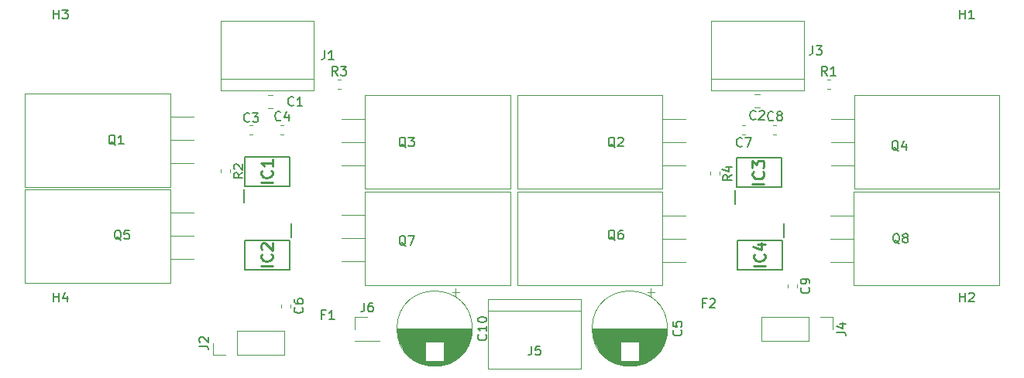
<source format=gbr>
%TF.GenerationSoftware,KiCad,Pcbnew,5.1.5+dfsg1-2build2*%
%TF.CreationDate,2021-10-16T12:52:01+01:00*%
%TF.ProjectId,motor_driver_v1,6d6f746f-725f-4647-9269-7665725f7631,rev?*%
%TF.SameCoordinates,Original*%
%TF.FileFunction,Legend,Top*%
%TF.FilePolarity,Positive*%
%FSLAX46Y46*%
G04 Gerber Fmt 4.6, Leading zero omitted, Abs format (unit mm)*
G04 Created by KiCad (PCBNEW 5.1.5+dfsg1-2build2) date 2021-10-16 12:52:01*
%MOMM*%
%LPD*%
G04 APERTURE LIST*
%ADD10C,0.120000*%
%ADD11C,0.200000*%
%ADD12C,0.150000*%
%ADD13C,0.254000*%
G04 APERTURE END LIST*
D10*
%TO.C,Q5*%
X60521200Y-47726600D02*
X63061200Y-47726600D01*
X60521200Y-50266600D02*
X63061200Y-50266600D01*
X60521200Y-52806600D02*
X63061200Y-52806600D01*
X44631200Y-45146600D02*
X60521200Y-45146600D01*
X44631200Y-55386600D02*
X60521200Y-55386600D01*
X44631200Y-55386600D02*
X44631200Y-45146600D01*
X60521200Y-55386600D02*
X60521200Y-45146600D01*
%TO.C,Q4*%
X135262000Y-42519600D02*
X132722000Y-42519600D01*
X135262000Y-39979600D02*
X132722000Y-39979600D01*
X135262000Y-37439600D02*
X132722000Y-37439600D01*
X151152000Y-45099600D02*
X135262000Y-45099600D01*
X151152000Y-34859600D02*
X135262000Y-34859600D01*
X151152000Y-34859600D02*
X151152000Y-45099600D01*
X135262000Y-34859600D02*
X135262000Y-45099600D01*
D11*
%TO.C,IC4*%
X127548000Y-48849000D02*
X127548000Y-50376000D01*
X122516000Y-50726000D02*
X127420000Y-50726000D01*
X122516000Y-53922000D02*
X122516000Y-50726000D01*
X127420000Y-53922000D02*
X122516000Y-53922000D01*
X127420000Y-50726000D02*
X127420000Y-53922000D01*
D10*
%TO.C,J6*%
X80712000Y-59122000D02*
X82042000Y-59122000D01*
X80712000Y-60452000D02*
X80712000Y-59122000D01*
X80712000Y-61722000D02*
X83372000Y-61722000D01*
X83372000Y-61722000D02*
X83372000Y-61782000D01*
X80712000Y-61722000D02*
X80712000Y-61782000D01*
X80712000Y-61782000D02*
X83372000Y-61782000D01*
%TO.C,R4*%
X119505000Y-43248733D02*
X119505000Y-43591267D01*
X120525000Y-43248733D02*
X120525000Y-43591267D01*
%TO.C,R3*%
X78808733Y-34165000D02*
X79151267Y-34165000D01*
X78808733Y-33145000D02*
X79151267Y-33145000D01*
%TO.C,R2*%
X66038000Y-42994733D02*
X66038000Y-43337267D01*
X67058000Y-42994733D02*
X67058000Y-43337267D01*
%TO.C,R1*%
X132303733Y-34165000D02*
X132646267Y-34165000D01*
X132303733Y-33145000D02*
X132646267Y-33145000D01*
%TO.C,C5*%
X113459000Y-56402302D02*
X112659000Y-56402302D01*
X113059000Y-56002302D02*
X113059000Y-56802302D01*
X111277000Y-64493000D02*
X110211000Y-64493000D01*
X111512000Y-64453000D02*
X109976000Y-64453000D01*
X111692000Y-64413000D02*
X109796000Y-64413000D01*
X111842000Y-64373000D02*
X109646000Y-64373000D01*
X111973000Y-64333000D02*
X109515000Y-64333000D01*
X112090000Y-64293000D02*
X109398000Y-64293000D01*
X112197000Y-64253000D02*
X109291000Y-64253000D01*
X112296000Y-64213000D02*
X109192000Y-64213000D01*
X112389000Y-64173000D02*
X109099000Y-64173000D01*
X112475000Y-64133000D02*
X109013000Y-64133000D01*
X112557000Y-64093000D02*
X108931000Y-64093000D01*
X112634000Y-64053000D02*
X108854000Y-64053000D01*
X112708000Y-64013000D02*
X108780000Y-64013000D01*
X112778000Y-63973000D02*
X108710000Y-63973000D01*
X109704000Y-63933000D02*
X108642000Y-63933000D01*
X112846000Y-63933000D02*
X111784000Y-63933000D01*
X109704000Y-63893000D02*
X108578000Y-63893000D01*
X112910000Y-63893000D02*
X111784000Y-63893000D01*
X109704000Y-63853000D02*
X108516000Y-63853000D01*
X112972000Y-63853000D02*
X111784000Y-63853000D01*
X109704000Y-63813000D02*
X108457000Y-63813000D01*
X113031000Y-63813000D02*
X111784000Y-63813000D01*
X109704000Y-63773000D02*
X108399000Y-63773000D01*
X113089000Y-63773000D02*
X111784000Y-63773000D01*
X109704000Y-63733000D02*
X108344000Y-63733000D01*
X113144000Y-63733000D02*
X111784000Y-63733000D01*
X109704000Y-63693000D02*
X108290000Y-63693000D01*
X113198000Y-63693000D02*
X111784000Y-63693000D01*
X109704000Y-63653000D02*
X108239000Y-63653000D01*
X113249000Y-63653000D02*
X111784000Y-63653000D01*
X109704000Y-63613000D02*
X108188000Y-63613000D01*
X113300000Y-63613000D02*
X111784000Y-63613000D01*
X109704000Y-63573000D02*
X108140000Y-63573000D01*
X113348000Y-63573000D02*
X111784000Y-63573000D01*
X109704000Y-63533000D02*
X108093000Y-63533000D01*
X113395000Y-63533000D02*
X111784000Y-63533000D01*
X109704000Y-63493000D02*
X108047000Y-63493000D01*
X113441000Y-63493000D02*
X111784000Y-63493000D01*
X109704000Y-63453000D02*
X108003000Y-63453000D01*
X113485000Y-63453000D02*
X111784000Y-63453000D01*
X109704000Y-63413000D02*
X107960000Y-63413000D01*
X113528000Y-63413000D02*
X111784000Y-63413000D01*
X109704000Y-63373000D02*
X107918000Y-63373000D01*
X113570000Y-63373000D02*
X111784000Y-63373000D01*
X109704000Y-63333000D02*
X107877000Y-63333000D01*
X113611000Y-63333000D02*
X111784000Y-63333000D01*
X109704000Y-63293000D02*
X107837000Y-63293000D01*
X113651000Y-63293000D02*
X111784000Y-63293000D01*
X109704000Y-63253000D02*
X107799000Y-63253000D01*
X113689000Y-63253000D02*
X111784000Y-63253000D01*
X109704000Y-63213000D02*
X107761000Y-63213000D01*
X113727000Y-63213000D02*
X111784000Y-63213000D01*
X109704000Y-63173000D02*
X107725000Y-63173000D01*
X113763000Y-63173000D02*
X111784000Y-63173000D01*
X109704000Y-63133000D02*
X107689000Y-63133000D01*
X113799000Y-63133000D02*
X111784000Y-63133000D01*
X109704000Y-63093000D02*
X107654000Y-63093000D01*
X113834000Y-63093000D02*
X111784000Y-63093000D01*
X109704000Y-63053000D02*
X107620000Y-63053000D01*
X113868000Y-63053000D02*
X111784000Y-63053000D01*
X109704000Y-63013000D02*
X107588000Y-63013000D01*
X113900000Y-63013000D02*
X111784000Y-63013000D01*
X109704000Y-62973000D02*
X107555000Y-62973000D01*
X113933000Y-62973000D02*
X111784000Y-62973000D01*
X109704000Y-62933000D02*
X107524000Y-62933000D01*
X113964000Y-62933000D02*
X111784000Y-62933000D01*
X109704000Y-62893000D02*
X107494000Y-62893000D01*
X113994000Y-62893000D02*
X111784000Y-62893000D01*
X109704000Y-62853000D02*
X107464000Y-62853000D01*
X114024000Y-62853000D02*
X111784000Y-62853000D01*
X109704000Y-62813000D02*
X107435000Y-62813000D01*
X114053000Y-62813000D02*
X111784000Y-62813000D01*
X109704000Y-62773000D02*
X107406000Y-62773000D01*
X114082000Y-62773000D02*
X111784000Y-62773000D01*
X109704000Y-62733000D02*
X107379000Y-62733000D01*
X114109000Y-62733000D02*
X111784000Y-62733000D01*
X109704000Y-62693000D02*
X107352000Y-62693000D01*
X114136000Y-62693000D02*
X111784000Y-62693000D01*
X109704000Y-62653000D02*
X107326000Y-62653000D01*
X114162000Y-62653000D02*
X111784000Y-62653000D01*
X109704000Y-62613000D02*
X107300000Y-62613000D01*
X114188000Y-62613000D02*
X111784000Y-62613000D01*
X109704000Y-62573000D02*
X107275000Y-62573000D01*
X114213000Y-62573000D02*
X111784000Y-62573000D01*
X109704000Y-62533000D02*
X107251000Y-62533000D01*
X114237000Y-62533000D02*
X111784000Y-62533000D01*
X109704000Y-62493000D02*
X107227000Y-62493000D01*
X114261000Y-62493000D02*
X111784000Y-62493000D01*
X109704000Y-62453000D02*
X107204000Y-62453000D01*
X114284000Y-62453000D02*
X111784000Y-62453000D01*
X109704000Y-62413000D02*
X107182000Y-62413000D01*
X114306000Y-62413000D02*
X111784000Y-62413000D01*
X109704000Y-62373000D02*
X107160000Y-62373000D01*
X114328000Y-62373000D02*
X111784000Y-62373000D01*
X109704000Y-62333000D02*
X107138000Y-62333000D01*
X114350000Y-62333000D02*
X111784000Y-62333000D01*
X109704000Y-62293000D02*
X107117000Y-62293000D01*
X114371000Y-62293000D02*
X111784000Y-62293000D01*
X109704000Y-62253000D02*
X107097000Y-62253000D01*
X114391000Y-62253000D02*
X111784000Y-62253000D01*
X109704000Y-62213000D02*
X107078000Y-62213000D01*
X114410000Y-62213000D02*
X111784000Y-62213000D01*
X109704000Y-62173000D02*
X107058000Y-62173000D01*
X114430000Y-62173000D02*
X111784000Y-62173000D01*
X109704000Y-62133000D02*
X107040000Y-62133000D01*
X114448000Y-62133000D02*
X111784000Y-62133000D01*
X109704000Y-62093000D02*
X107022000Y-62093000D01*
X114466000Y-62093000D02*
X111784000Y-62093000D01*
X109704000Y-62053000D02*
X107004000Y-62053000D01*
X114484000Y-62053000D02*
X111784000Y-62053000D01*
X109704000Y-62013000D02*
X106987000Y-62013000D01*
X114501000Y-62013000D02*
X111784000Y-62013000D01*
X109704000Y-61973000D02*
X106970000Y-61973000D01*
X114518000Y-61973000D02*
X111784000Y-61973000D01*
X109704000Y-61933000D02*
X106954000Y-61933000D01*
X114534000Y-61933000D02*
X111784000Y-61933000D01*
X109704000Y-61893000D02*
X106939000Y-61893000D01*
X114549000Y-61893000D02*
X111784000Y-61893000D01*
X114565000Y-61853000D02*
X106923000Y-61853000D01*
X114579000Y-61813000D02*
X106909000Y-61813000D01*
X114594000Y-61773000D02*
X106894000Y-61773000D01*
X114607000Y-61733000D02*
X106881000Y-61733000D01*
X114621000Y-61693000D02*
X106867000Y-61693000D01*
X114633000Y-61653000D02*
X106855000Y-61653000D01*
X114646000Y-61613000D02*
X106842000Y-61613000D01*
X114658000Y-61573000D02*
X106830000Y-61573000D01*
X114669000Y-61533000D02*
X106819000Y-61533000D01*
X114680000Y-61493000D02*
X106808000Y-61493000D01*
X114691000Y-61453000D02*
X106797000Y-61453000D01*
X114701000Y-61413000D02*
X106787000Y-61413000D01*
X114711000Y-61373000D02*
X106777000Y-61373000D01*
X114720000Y-61333000D02*
X106768000Y-61333000D01*
X114729000Y-61293000D02*
X106759000Y-61293000D01*
X114738000Y-61253000D02*
X106750000Y-61253000D01*
X114746000Y-61213000D02*
X106742000Y-61213000D01*
X114754000Y-61173000D02*
X106734000Y-61173000D01*
X114761000Y-61133000D02*
X106727000Y-61133000D01*
X114768000Y-61092000D02*
X106720000Y-61092000D01*
X114774000Y-61052000D02*
X106714000Y-61052000D01*
X114781000Y-61012000D02*
X106707000Y-61012000D01*
X114786000Y-60972000D02*
X106702000Y-60972000D01*
X114792000Y-60932000D02*
X106696000Y-60932000D01*
X114796000Y-60892000D02*
X106692000Y-60892000D01*
X114801000Y-60852000D02*
X106687000Y-60852000D01*
X114805000Y-60812000D02*
X106683000Y-60812000D01*
X114809000Y-60772000D02*
X106679000Y-60772000D01*
X114812000Y-60732000D02*
X106676000Y-60732000D01*
X114815000Y-60692000D02*
X106673000Y-60692000D01*
X114818000Y-60652000D02*
X106670000Y-60652000D01*
X114820000Y-60612000D02*
X106668000Y-60612000D01*
X114821000Y-60572000D02*
X106667000Y-60572000D01*
X114823000Y-60532000D02*
X106665000Y-60532000D01*
X114824000Y-60492000D02*
X106664000Y-60492000D01*
X114824000Y-60452000D02*
X106664000Y-60452000D01*
X114824000Y-60412000D02*
X106664000Y-60412000D01*
X114864000Y-60412000D02*
G75*
G03X114864000Y-60412000I-4120000J0D01*
G01*
%TO.C,C10*%
X92123000Y-56402302D02*
X91323000Y-56402302D01*
X91723000Y-56002302D02*
X91723000Y-56802302D01*
X89941000Y-64493000D02*
X88875000Y-64493000D01*
X90176000Y-64453000D02*
X88640000Y-64453000D01*
X90356000Y-64413000D02*
X88460000Y-64413000D01*
X90506000Y-64373000D02*
X88310000Y-64373000D01*
X90637000Y-64333000D02*
X88179000Y-64333000D01*
X90754000Y-64293000D02*
X88062000Y-64293000D01*
X90861000Y-64253000D02*
X87955000Y-64253000D01*
X90960000Y-64213000D02*
X87856000Y-64213000D01*
X91053000Y-64173000D02*
X87763000Y-64173000D01*
X91139000Y-64133000D02*
X87677000Y-64133000D01*
X91221000Y-64093000D02*
X87595000Y-64093000D01*
X91298000Y-64053000D02*
X87518000Y-64053000D01*
X91372000Y-64013000D02*
X87444000Y-64013000D01*
X91442000Y-63973000D02*
X87374000Y-63973000D01*
X88368000Y-63933000D02*
X87306000Y-63933000D01*
X91510000Y-63933000D02*
X90448000Y-63933000D01*
X88368000Y-63893000D02*
X87242000Y-63893000D01*
X91574000Y-63893000D02*
X90448000Y-63893000D01*
X88368000Y-63853000D02*
X87180000Y-63853000D01*
X91636000Y-63853000D02*
X90448000Y-63853000D01*
X88368000Y-63813000D02*
X87121000Y-63813000D01*
X91695000Y-63813000D02*
X90448000Y-63813000D01*
X88368000Y-63773000D02*
X87063000Y-63773000D01*
X91753000Y-63773000D02*
X90448000Y-63773000D01*
X88368000Y-63733000D02*
X87008000Y-63733000D01*
X91808000Y-63733000D02*
X90448000Y-63733000D01*
X88368000Y-63693000D02*
X86954000Y-63693000D01*
X91862000Y-63693000D02*
X90448000Y-63693000D01*
X88368000Y-63653000D02*
X86903000Y-63653000D01*
X91913000Y-63653000D02*
X90448000Y-63653000D01*
X88368000Y-63613000D02*
X86852000Y-63613000D01*
X91964000Y-63613000D02*
X90448000Y-63613000D01*
X88368000Y-63573000D02*
X86804000Y-63573000D01*
X92012000Y-63573000D02*
X90448000Y-63573000D01*
X88368000Y-63533000D02*
X86757000Y-63533000D01*
X92059000Y-63533000D02*
X90448000Y-63533000D01*
X88368000Y-63493000D02*
X86711000Y-63493000D01*
X92105000Y-63493000D02*
X90448000Y-63493000D01*
X88368000Y-63453000D02*
X86667000Y-63453000D01*
X92149000Y-63453000D02*
X90448000Y-63453000D01*
X88368000Y-63413000D02*
X86624000Y-63413000D01*
X92192000Y-63413000D02*
X90448000Y-63413000D01*
X88368000Y-63373000D02*
X86582000Y-63373000D01*
X92234000Y-63373000D02*
X90448000Y-63373000D01*
X88368000Y-63333000D02*
X86541000Y-63333000D01*
X92275000Y-63333000D02*
X90448000Y-63333000D01*
X88368000Y-63293000D02*
X86501000Y-63293000D01*
X92315000Y-63293000D02*
X90448000Y-63293000D01*
X88368000Y-63253000D02*
X86463000Y-63253000D01*
X92353000Y-63253000D02*
X90448000Y-63253000D01*
X88368000Y-63213000D02*
X86425000Y-63213000D01*
X92391000Y-63213000D02*
X90448000Y-63213000D01*
X88368000Y-63173000D02*
X86389000Y-63173000D01*
X92427000Y-63173000D02*
X90448000Y-63173000D01*
X88368000Y-63133000D02*
X86353000Y-63133000D01*
X92463000Y-63133000D02*
X90448000Y-63133000D01*
X88368000Y-63093000D02*
X86318000Y-63093000D01*
X92498000Y-63093000D02*
X90448000Y-63093000D01*
X88368000Y-63053000D02*
X86284000Y-63053000D01*
X92532000Y-63053000D02*
X90448000Y-63053000D01*
X88368000Y-63013000D02*
X86252000Y-63013000D01*
X92564000Y-63013000D02*
X90448000Y-63013000D01*
X88368000Y-62973000D02*
X86219000Y-62973000D01*
X92597000Y-62973000D02*
X90448000Y-62973000D01*
X88368000Y-62933000D02*
X86188000Y-62933000D01*
X92628000Y-62933000D02*
X90448000Y-62933000D01*
X88368000Y-62893000D02*
X86158000Y-62893000D01*
X92658000Y-62893000D02*
X90448000Y-62893000D01*
X88368000Y-62853000D02*
X86128000Y-62853000D01*
X92688000Y-62853000D02*
X90448000Y-62853000D01*
X88368000Y-62813000D02*
X86099000Y-62813000D01*
X92717000Y-62813000D02*
X90448000Y-62813000D01*
X88368000Y-62773000D02*
X86070000Y-62773000D01*
X92746000Y-62773000D02*
X90448000Y-62773000D01*
X88368000Y-62733000D02*
X86043000Y-62733000D01*
X92773000Y-62733000D02*
X90448000Y-62733000D01*
X88368000Y-62693000D02*
X86016000Y-62693000D01*
X92800000Y-62693000D02*
X90448000Y-62693000D01*
X88368000Y-62653000D02*
X85990000Y-62653000D01*
X92826000Y-62653000D02*
X90448000Y-62653000D01*
X88368000Y-62613000D02*
X85964000Y-62613000D01*
X92852000Y-62613000D02*
X90448000Y-62613000D01*
X88368000Y-62573000D02*
X85939000Y-62573000D01*
X92877000Y-62573000D02*
X90448000Y-62573000D01*
X88368000Y-62533000D02*
X85915000Y-62533000D01*
X92901000Y-62533000D02*
X90448000Y-62533000D01*
X88368000Y-62493000D02*
X85891000Y-62493000D01*
X92925000Y-62493000D02*
X90448000Y-62493000D01*
X88368000Y-62453000D02*
X85868000Y-62453000D01*
X92948000Y-62453000D02*
X90448000Y-62453000D01*
X88368000Y-62413000D02*
X85846000Y-62413000D01*
X92970000Y-62413000D02*
X90448000Y-62413000D01*
X88368000Y-62373000D02*
X85824000Y-62373000D01*
X92992000Y-62373000D02*
X90448000Y-62373000D01*
X88368000Y-62333000D02*
X85802000Y-62333000D01*
X93014000Y-62333000D02*
X90448000Y-62333000D01*
X88368000Y-62293000D02*
X85781000Y-62293000D01*
X93035000Y-62293000D02*
X90448000Y-62293000D01*
X88368000Y-62253000D02*
X85761000Y-62253000D01*
X93055000Y-62253000D02*
X90448000Y-62253000D01*
X88368000Y-62213000D02*
X85742000Y-62213000D01*
X93074000Y-62213000D02*
X90448000Y-62213000D01*
X88368000Y-62173000D02*
X85722000Y-62173000D01*
X93094000Y-62173000D02*
X90448000Y-62173000D01*
X88368000Y-62133000D02*
X85704000Y-62133000D01*
X93112000Y-62133000D02*
X90448000Y-62133000D01*
X88368000Y-62093000D02*
X85686000Y-62093000D01*
X93130000Y-62093000D02*
X90448000Y-62093000D01*
X88368000Y-62053000D02*
X85668000Y-62053000D01*
X93148000Y-62053000D02*
X90448000Y-62053000D01*
X88368000Y-62013000D02*
X85651000Y-62013000D01*
X93165000Y-62013000D02*
X90448000Y-62013000D01*
X88368000Y-61973000D02*
X85634000Y-61973000D01*
X93182000Y-61973000D02*
X90448000Y-61973000D01*
X88368000Y-61933000D02*
X85618000Y-61933000D01*
X93198000Y-61933000D02*
X90448000Y-61933000D01*
X88368000Y-61893000D02*
X85603000Y-61893000D01*
X93213000Y-61893000D02*
X90448000Y-61893000D01*
X93229000Y-61853000D02*
X85587000Y-61853000D01*
X93243000Y-61813000D02*
X85573000Y-61813000D01*
X93258000Y-61773000D02*
X85558000Y-61773000D01*
X93271000Y-61733000D02*
X85545000Y-61733000D01*
X93285000Y-61693000D02*
X85531000Y-61693000D01*
X93297000Y-61653000D02*
X85519000Y-61653000D01*
X93310000Y-61613000D02*
X85506000Y-61613000D01*
X93322000Y-61573000D02*
X85494000Y-61573000D01*
X93333000Y-61533000D02*
X85483000Y-61533000D01*
X93344000Y-61493000D02*
X85472000Y-61493000D01*
X93355000Y-61453000D02*
X85461000Y-61453000D01*
X93365000Y-61413000D02*
X85451000Y-61413000D01*
X93375000Y-61373000D02*
X85441000Y-61373000D01*
X93384000Y-61333000D02*
X85432000Y-61333000D01*
X93393000Y-61293000D02*
X85423000Y-61293000D01*
X93402000Y-61253000D02*
X85414000Y-61253000D01*
X93410000Y-61213000D02*
X85406000Y-61213000D01*
X93418000Y-61173000D02*
X85398000Y-61173000D01*
X93425000Y-61133000D02*
X85391000Y-61133000D01*
X93432000Y-61092000D02*
X85384000Y-61092000D01*
X93438000Y-61052000D02*
X85378000Y-61052000D01*
X93445000Y-61012000D02*
X85371000Y-61012000D01*
X93450000Y-60972000D02*
X85366000Y-60972000D01*
X93456000Y-60932000D02*
X85360000Y-60932000D01*
X93460000Y-60892000D02*
X85356000Y-60892000D01*
X93465000Y-60852000D02*
X85351000Y-60852000D01*
X93469000Y-60812000D02*
X85347000Y-60812000D01*
X93473000Y-60772000D02*
X85343000Y-60772000D01*
X93476000Y-60732000D02*
X85340000Y-60732000D01*
X93479000Y-60692000D02*
X85337000Y-60692000D01*
X93482000Y-60652000D02*
X85334000Y-60652000D01*
X93484000Y-60612000D02*
X85332000Y-60612000D01*
X93485000Y-60572000D02*
X85331000Y-60572000D01*
X93487000Y-60532000D02*
X85329000Y-60532000D01*
X93488000Y-60492000D02*
X85328000Y-60492000D01*
X93488000Y-60452000D02*
X85328000Y-60452000D01*
X93488000Y-60412000D02*
X85328000Y-60412000D01*
X93528000Y-60412000D02*
G75*
G03X93528000Y-60412000I-4120000J0D01*
G01*
%TO.C,Q8*%
X135239000Y-53086000D02*
X132699000Y-53086000D01*
X135239000Y-50546000D02*
X132699000Y-50546000D01*
X135239000Y-48006000D02*
X132699000Y-48006000D01*
X151129000Y-55666000D02*
X135239000Y-55666000D01*
X151129000Y-45426000D02*
X135239000Y-45426000D01*
X151129000Y-45426000D02*
X151129000Y-55666000D01*
X135239000Y-45426000D02*
X135239000Y-55666000D01*
%TO.C,Q7*%
X114316000Y-48006000D02*
X116856000Y-48006000D01*
X114316000Y-50546000D02*
X116856000Y-50546000D01*
X114316000Y-53086000D02*
X116856000Y-53086000D01*
X98426000Y-45426000D02*
X114316000Y-45426000D01*
X98426000Y-55666000D02*
X114316000Y-55666000D01*
X98426000Y-55666000D02*
X98426000Y-45426000D01*
X114316000Y-55666000D02*
X114316000Y-45426000D01*
%TO.C,Q6*%
X81769600Y-53035200D02*
X79229600Y-53035200D01*
X81769600Y-50495200D02*
X79229600Y-50495200D01*
X81769600Y-47955200D02*
X79229600Y-47955200D01*
X97659600Y-55615200D02*
X81769600Y-55615200D01*
X97659600Y-45375200D02*
X81769600Y-45375200D01*
X97659600Y-45375200D02*
X97659600Y-55615200D01*
X81769600Y-45375200D02*
X81769600Y-55615200D01*
%TO.C,Q3*%
X114316000Y-37439600D02*
X116856000Y-37439600D01*
X114316000Y-39979600D02*
X116856000Y-39979600D01*
X114316000Y-42519600D02*
X116856000Y-42519600D01*
X98426000Y-34859600D02*
X114316000Y-34859600D01*
X98426000Y-45099600D02*
X114316000Y-45099600D01*
X98426000Y-45099600D02*
X98426000Y-34859600D01*
X114316000Y-45099600D02*
X114316000Y-34859600D01*
%TO.C,Q2*%
X81820400Y-42519600D02*
X79280400Y-42519600D01*
X81820400Y-39979600D02*
X79280400Y-39979600D01*
X81820400Y-37439600D02*
X79280400Y-37439600D01*
X97710400Y-45099600D02*
X81820400Y-45099600D01*
X97710400Y-34859600D02*
X81820400Y-34859600D01*
X97710400Y-34859600D02*
X97710400Y-45099600D01*
X81820400Y-34859600D02*
X81820400Y-45099600D01*
%TO.C,Q1*%
X60518800Y-37211000D02*
X63058800Y-37211000D01*
X60518800Y-39751000D02*
X63058800Y-39751000D01*
X60518800Y-42291000D02*
X63058800Y-42291000D01*
X44628800Y-34631000D02*
X60518800Y-34631000D01*
X44628800Y-44871000D02*
X60518800Y-44871000D01*
X44628800Y-44871000D02*
X44628800Y-34631000D01*
X60518800Y-44871000D02*
X60518800Y-34631000D01*
%TO.C,J5*%
X105410000Y-57150000D02*
X95250000Y-57150000D01*
X105410000Y-64770000D02*
X105410000Y-57150000D01*
X95250000Y-64770000D02*
X105410000Y-64770000D01*
X95250000Y-57150000D02*
X95250000Y-64770000D01*
X95250000Y-58420000D02*
X105410000Y-58420000D01*
%TO.C,J4*%
X132902000Y-59122000D02*
X132902000Y-60452000D01*
X131572000Y-59122000D02*
X132902000Y-59122000D01*
X130302000Y-59122000D02*
X130302000Y-61782000D01*
X130302000Y-61782000D02*
X125162000Y-61782000D01*
X130302000Y-59122000D02*
X125162000Y-59122000D01*
X125162000Y-59122000D02*
X125162000Y-61782000D01*
%TO.C,J3*%
X119634000Y-34290000D02*
X129794000Y-34290000D01*
X119634000Y-26670000D02*
X119634000Y-34290000D01*
X129794000Y-26670000D02*
X119634000Y-26670000D01*
X129794000Y-34290000D02*
X129794000Y-26670000D01*
X129794000Y-33020000D02*
X119634000Y-33020000D01*
%TO.C,J2*%
X65218000Y-63306000D02*
X65218000Y-61976000D01*
X66548000Y-63306000D02*
X65218000Y-63306000D01*
X67818000Y-63306000D02*
X67818000Y-60646000D01*
X67818000Y-60646000D02*
X72958000Y-60646000D01*
X67818000Y-63306000D02*
X72958000Y-63306000D01*
X72958000Y-63306000D02*
X72958000Y-60646000D01*
%TO.C,J1*%
X66040000Y-34290000D02*
X76200000Y-34290000D01*
X66040000Y-26670000D02*
X66040000Y-34290000D01*
X76200000Y-26670000D02*
X66040000Y-26670000D01*
X76200000Y-34290000D02*
X76200000Y-26670000D01*
X76200000Y-33020000D02*
X66040000Y-33020000D01*
D11*
%TO.C,IC3*%
X122261000Y-46757000D02*
X122261000Y-45257000D01*
X127291000Y-44907000D02*
X122391000Y-44907000D01*
X127291000Y-41707000D02*
X127291000Y-44907000D01*
X122391000Y-41707000D02*
X127291000Y-41707000D01*
X122391000Y-44907000D02*
X122391000Y-41707000D01*
%TO.C,IC2*%
X73700000Y-48849000D02*
X73700000Y-50376000D01*
X68668000Y-50726000D02*
X73572000Y-50726000D01*
X68668000Y-53922000D02*
X68668000Y-50726000D01*
X73572000Y-53922000D02*
X68668000Y-53922000D01*
X73572000Y-50726000D02*
X73572000Y-53922000D01*
%TO.C,IC1*%
X68540000Y-46630000D02*
X68540000Y-45130000D01*
X73570000Y-44780000D02*
X68670000Y-44780000D01*
X73570000Y-41580000D02*
X73570000Y-44780000D01*
X68670000Y-41580000D02*
X73570000Y-41580000D01*
X68670000Y-44780000D02*
X68670000Y-41580000D01*
D10*
%TO.C,C9*%
X128014000Y-55567733D02*
X128014000Y-55910267D01*
X129034000Y-55567733D02*
X129034000Y-55910267D01*
%TO.C,C8*%
X126433733Y-39118000D02*
X126776267Y-39118000D01*
X126433733Y-38098000D02*
X126776267Y-38098000D01*
%TO.C,C7*%
X123361267Y-38098000D02*
X123018733Y-38098000D01*
X123361267Y-39118000D02*
X123018733Y-39118000D01*
%TO.C,C6*%
X72642000Y-57740733D02*
X72642000Y-58083267D01*
X73662000Y-57740733D02*
X73662000Y-58083267D01*
%TO.C,C4*%
X72585733Y-39118000D02*
X72928267Y-39118000D01*
X72585733Y-38098000D02*
X72928267Y-38098000D01*
%TO.C,C3*%
X69513267Y-38098000D02*
X69170733Y-38098000D01*
X69513267Y-39118000D02*
X69170733Y-39118000D01*
%TO.C,C2*%
X124924078Y-34723000D02*
X124406922Y-34723000D01*
X124924078Y-36143000D02*
X124406922Y-36143000D01*
%TO.C,C1*%
X71711078Y-34850000D02*
X71193922Y-34850000D01*
X71711078Y-36270000D02*
X71193922Y-36270000D01*
%TO.C,Q5*%
D12*
X55149761Y-50712619D02*
X55054523Y-50665000D01*
X54959285Y-50569761D01*
X54816428Y-50426904D01*
X54721190Y-50379285D01*
X54625952Y-50379285D01*
X54673571Y-50617380D02*
X54578333Y-50569761D01*
X54483095Y-50474523D01*
X54435476Y-50284047D01*
X54435476Y-49950714D01*
X54483095Y-49760238D01*
X54578333Y-49665000D01*
X54673571Y-49617380D01*
X54864047Y-49617380D01*
X54959285Y-49665000D01*
X55054523Y-49760238D01*
X55102142Y-49950714D01*
X55102142Y-50284047D01*
X55054523Y-50474523D01*
X54959285Y-50569761D01*
X54864047Y-50617380D01*
X54673571Y-50617380D01*
X56006904Y-49617380D02*
X55530714Y-49617380D01*
X55483095Y-50093571D01*
X55530714Y-50045952D01*
X55625952Y-49998333D01*
X55864047Y-49998333D01*
X55959285Y-50045952D01*
X56006904Y-50093571D01*
X56054523Y-50188809D01*
X56054523Y-50426904D01*
X56006904Y-50522142D01*
X55959285Y-50569761D01*
X55864047Y-50617380D01*
X55625952Y-50617380D01*
X55530714Y-50569761D01*
X55483095Y-50522142D01*
%TO.C,Q4*%
X140112761Y-40933619D02*
X140017523Y-40886000D01*
X139922285Y-40790761D01*
X139779428Y-40647904D01*
X139684190Y-40600285D01*
X139588952Y-40600285D01*
X139636571Y-40838380D02*
X139541333Y-40790761D01*
X139446095Y-40695523D01*
X139398476Y-40505047D01*
X139398476Y-40171714D01*
X139446095Y-39981238D01*
X139541333Y-39886000D01*
X139636571Y-39838380D01*
X139827047Y-39838380D01*
X139922285Y-39886000D01*
X140017523Y-39981238D01*
X140065142Y-40171714D01*
X140065142Y-40505047D01*
X140017523Y-40695523D01*
X139922285Y-40790761D01*
X139827047Y-40838380D01*
X139636571Y-40838380D01*
X140922285Y-40171714D02*
X140922285Y-40838380D01*
X140684190Y-39790761D02*
X140446095Y-40505047D01*
X141065142Y-40505047D01*
%TO.C,H4*%
X47752095Y-57466380D02*
X47752095Y-56466380D01*
X47752095Y-56942571D02*
X48323523Y-56942571D01*
X48323523Y-57466380D02*
X48323523Y-56466380D01*
X49228285Y-56799714D02*
X49228285Y-57466380D01*
X48990190Y-56418761D02*
X48752095Y-57133047D01*
X49371142Y-57133047D01*
%TO.C,H3*%
X47752095Y-26478380D02*
X47752095Y-25478380D01*
X47752095Y-25954571D02*
X48323523Y-25954571D01*
X48323523Y-26478380D02*
X48323523Y-25478380D01*
X48704476Y-25478380D02*
X49323523Y-25478380D01*
X48990190Y-25859333D01*
X49133047Y-25859333D01*
X49228285Y-25906952D01*
X49275904Y-25954571D01*
X49323523Y-26049809D01*
X49323523Y-26287904D01*
X49275904Y-26383142D01*
X49228285Y-26430761D01*
X49133047Y-26478380D01*
X48847333Y-26478380D01*
X48752095Y-26430761D01*
X48704476Y-26383142D01*
%TO.C,H2*%
X146812095Y-57466380D02*
X146812095Y-56466380D01*
X146812095Y-56942571D02*
X147383523Y-56942571D01*
X147383523Y-57466380D02*
X147383523Y-56466380D01*
X147812095Y-56561619D02*
X147859714Y-56514000D01*
X147954952Y-56466380D01*
X148193047Y-56466380D01*
X148288285Y-56514000D01*
X148335904Y-56561619D01*
X148383523Y-56656857D01*
X148383523Y-56752095D01*
X148335904Y-56894952D01*
X147764476Y-57466380D01*
X148383523Y-57466380D01*
%TO.C,H1*%
X146812095Y-26478380D02*
X146812095Y-25478380D01*
X146812095Y-25954571D02*
X147383523Y-25954571D01*
X147383523Y-26478380D02*
X147383523Y-25478380D01*
X148383523Y-26478380D02*
X147812095Y-26478380D01*
X148097809Y-26478380D02*
X148097809Y-25478380D01*
X148002571Y-25621238D01*
X147907333Y-25716476D01*
X147812095Y-25764095D01*
%TO.C,IC4*%
D13*
X125542523Y-53563761D02*
X124272523Y-53563761D01*
X125421571Y-52233285D02*
X125482047Y-52293761D01*
X125542523Y-52475190D01*
X125542523Y-52596142D01*
X125482047Y-52777571D01*
X125361095Y-52898523D01*
X125240142Y-52959000D01*
X124998238Y-53019476D01*
X124816809Y-53019476D01*
X124574904Y-52959000D01*
X124453952Y-52898523D01*
X124333000Y-52777571D01*
X124272523Y-52596142D01*
X124272523Y-52475190D01*
X124333000Y-52293761D01*
X124393476Y-52233285D01*
X124695857Y-51144714D02*
X125542523Y-51144714D01*
X124212047Y-51447095D02*
X125119190Y-51749476D01*
X125119190Y-50963285D01*
%TO.C,J6*%
D12*
X81708666Y-57574380D02*
X81708666Y-58288666D01*
X81661047Y-58431523D01*
X81565809Y-58526761D01*
X81422952Y-58574380D01*
X81327714Y-58574380D01*
X82613428Y-57574380D02*
X82422952Y-57574380D01*
X82327714Y-57622000D01*
X82280095Y-57669619D01*
X82184857Y-57812476D01*
X82137238Y-58002952D01*
X82137238Y-58383904D01*
X82184857Y-58479142D01*
X82232476Y-58526761D01*
X82327714Y-58574380D01*
X82518190Y-58574380D01*
X82613428Y-58526761D01*
X82661047Y-58479142D01*
X82708666Y-58383904D01*
X82708666Y-58145809D01*
X82661047Y-58050571D01*
X82613428Y-58002952D01*
X82518190Y-57955333D01*
X82327714Y-57955333D01*
X82232476Y-58002952D01*
X82184857Y-58050571D01*
X82137238Y-58145809D01*
%TO.C,R4*%
X121897380Y-43586666D02*
X121421190Y-43920000D01*
X121897380Y-44158095D02*
X120897380Y-44158095D01*
X120897380Y-43777142D01*
X120945000Y-43681904D01*
X120992619Y-43634285D01*
X121087857Y-43586666D01*
X121230714Y-43586666D01*
X121325952Y-43634285D01*
X121373571Y-43681904D01*
X121421190Y-43777142D01*
X121421190Y-44158095D01*
X121230714Y-42729523D02*
X121897380Y-42729523D01*
X120849761Y-42967619D02*
X121564047Y-43205714D01*
X121564047Y-42586666D01*
%TO.C,R3*%
X78813333Y-32677380D02*
X78480000Y-32201190D01*
X78241904Y-32677380D02*
X78241904Y-31677380D01*
X78622857Y-31677380D01*
X78718095Y-31725000D01*
X78765714Y-31772619D01*
X78813333Y-31867857D01*
X78813333Y-32010714D01*
X78765714Y-32105952D01*
X78718095Y-32153571D01*
X78622857Y-32201190D01*
X78241904Y-32201190D01*
X79146666Y-31677380D02*
X79765714Y-31677380D01*
X79432380Y-32058333D01*
X79575238Y-32058333D01*
X79670476Y-32105952D01*
X79718095Y-32153571D01*
X79765714Y-32248809D01*
X79765714Y-32486904D01*
X79718095Y-32582142D01*
X79670476Y-32629761D01*
X79575238Y-32677380D01*
X79289523Y-32677380D01*
X79194285Y-32629761D01*
X79146666Y-32582142D01*
%TO.C,R2*%
X68430380Y-43332666D02*
X67954190Y-43666000D01*
X68430380Y-43904095D02*
X67430380Y-43904095D01*
X67430380Y-43523142D01*
X67478000Y-43427904D01*
X67525619Y-43380285D01*
X67620857Y-43332666D01*
X67763714Y-43332666D01*
X67858952Y-43380285D01*
X67906571Y-43427904D01*
X67954190Y-43523142D01*
X67954190Y-43904095D01*
X67525619Y-42951714D02*
X67478000Y-42904095D01*
X67430380Y-42808857D01*
X67430380Y-42570761D01*
X67478000Y-42475523D01*
X67525619Y-42427904D01*
X67620857Y-42380285D01*
X67716095Y-42380285D01*
X67858952Y-42427904D01*
X68430380Y-42999333D01*
X68430380Y-42380285D01*
%TO.C,R1*%
X132308333Y-32677380D02*
X131975000Y-32201190D01*
X131736904Y-32677380D02*
X131736904Y-31677380D01*
X132117857Y-31677380D01*
X132213095Y-31725000D01*
X132260714Y-31772619D01*
X132308333Y-31867857D01*
X132308333Y-32010714D01*
X132260714Y-32105952D01*
X132213095Y-32153571D01*
X132117857Y-32201190D01*
X131736904Y-32201190D01*
X133260714Y-32677380D02*
X132689285Y-32677380D01*
X132975000Y-32677380D02*
X132975000Y-31677380D01*
X132879761Y-31820238D01*
X132784523Y-31915476D01*
X132689285Y-31963095D01*
%TO.C,C5*%
X116351142Y-60578666D02*
X116398761Y-60626285D01*
X116446380Y-60769142D01*
X116446380Y-60864380D01*
X116398761Y-61007238D01*
X116303523Y-61102476D01*
X116208285Y-61150095D01*
X116017809Y-61197714D01*
X115874952Y-61197714D01*
X115684476Y-61150095D01*
X115589238Y-61102476D01*
X115494000Y-61007238D01*
X115446380Y-60864380D01*
X115446380Y-60769142D01*
X115494000Y-60626285D01*
X115541619Y-60578666D01*
X115446380Y-59673904D02*
X115446380Y-60150095D01*
X115922571Y-60197714D01*
X115874952Y-60150095D01*
X115827333Y-60054857D01*
X115827333Y-59816761D01*
X115874952Y-59721523D01*
X115922571Y-59673904D01*
X116017809Y-59626285D01*
X116255904Y-59626285D01*
X116351142Y-59673904D01*
X116398761Y-59721523D01*
X116446380Y-59816761D01*
X116446380Y-60054857D01*
X116398761Y-60150095D01*
X116351142Y-60197714D01*
%TO.C,C10*%
X95015142Y-61054857D02*
X95062761Y-61102476D01*
X95110380Y-61245333D01*
X95110380Y-61340571D01*
X95062761Y-61483428D01*
X94967523Y-61578666D01*
X94872285Y-61626285D01*
X94681809Y-61673904D01*
X94538952Y-61673904D01*
X94348476Y-61626285D01*
X94253238Y-61578666D01*
X94158000Y-61483428D01*
X94110380Y-61340571D01*
X94110380Y-61245333D01*
X94158000Y-61102476D01*
X94205619Y-61054857D01*
X95110380Y-60102476D02*
X95110380Y-60673904D01*
X95110380Y-60388190D02*
X94110380Y-60388190D01*
X94253238Y-60483428D01*
X94348476Y-60578666D01*
X94396095Y-60673904D01*
X94110380Y-59483428D02*
X94110380Y-59388190D01*
X94158000Y-59292952D01*
X94205619Y-59245333D01*
X94300857Y-59197714D01*
X94491333Y-59150095D01*
X94729428Y-59150095D01*
X94919904Y-59197714D01*
X95015142Y-59245333D01*
X95062761Y-59292952D01*
X95110380Y-59388190D01*
X95110380Y-59483428D01*
X95062761Y-59578666D01*
X95015142Y-59626285D01*
X94919904Y-59673904D01*
X94729428Y-59721523D01*
X94491333Y-59721523D01*
X94300857Y-59673904D01*
X94205619Y-59626285D01*
X94158000Y-59578666D01*
X94110380Y-59483428D01*
%TO.C,Q8*%
X140239761Y-51093619D02*
X140144523Y-51046000D01*
X140049285Y-50950761D01*
X139906428Y-50807904D01*
X139811190Y-50760285D01*
X139715952Y-50760285D01*
X139763571Y-50998380D02*
X139668333Y-50950761D01*
X139573095Y-50855523D01*
X139525476Y-50665047D01*
X139525476Y-50331714D01*
X139573095Y-50141238D01*
X139668333Y-50046000D01*
X139763571Y-49998380D01*
X139954047Y-49998380D01*
X140049285Y-50046000D01*
X140144523Y-50141238D01*
X140192142Y-50331714D01*
X140192142Y-50665047D01*
X140144523Y-50855523D01*
X140049285Y-50950761D01*
X139954047Y-50998380D01*
X139763571Y-50998380D01*
X140763571Y-50426952D02*
X140668333Y-50379333D01*
X140620714Y-50331714D01*
X140573095Y-50236476D01*
X140573095Y-50188857D01*
X140620714Y-50093619D01*
X140668333Y-50046000D01*
X140763571Y-49998380D01*
X140954047Y-49998380D01*
X141049285Y-50046000D01*
X141096904Y-50093619D01*
X141144523Y-50188857D01*
X141144523Y-50236476D01*
X141096904Y-50331714D01*
X141049285Y-50379333D01*
X140954047Y-50426952D01*
X140763571Y-50426952D01*
X140668333Y-50474571D01*
X140620714Y-50522190D01*
X140573095Y-50617428D01*
X140573095Y-50807904D01*
X140620714Y-50903142D01*
X140668333Y-50950761D01*
X140763571Y-50998380D01*
X140954047Y-50998380D01*
X141049285Y-50950761D01*
X141096904Y-50903142D01*
X141144523Y-50807904D01*
X141144523Y-50617428D01*
X141096904Y-50522190D01*
X141049285Y-50474571D01*
X140954047Y-50426952D01*
%TO.C,Q7*%
X86264761Y-51347619D02*
X86169523Y-51300000D01*
X86074285Y-51204761D01*
X85931428Y-51061904D01*
X85836190Y-51014285D01*
X85740952Y-51014285D01*
X85788571Y-51252380D02*
X85693333Y-51204761D01*
X85598095Y-51109523D01*
X85550476Y-50919047D01*
X85550476Y-50585714D01*
X85598095Y-50395238D01*
X85693333Y-50300000D01*
X85788571Y-50252380D01*
X85979047Y-50252380D01*
X86074285Y-50300000D01*
X86169523Y-50395238D01*
X86217142Y-50585714D01*
X86217142Y-50919047D01*
X86169523Y-51109523D01*
X86074285Y-51204761D01*
X85979047Y-51252380D01*
X85788571Y-51252380D01*
X86550476Y-50252380D02*
X87217142Y-50252380D01*
X86788571Y-51252380D01*
%TO.C,Q6*%
X109124761Y-50712619D02*
X109029523Y-50665000D01*
X108934285Y-50569761D01*
X108791428Y-50426904D01*
X108696190Y-50379285D01*
X108600952Y-50379285D01*
X108648571Y-50617380D02*
X108553333Y-50569761D01*
X108458095Y-50474523D01*
X108410476Y-50284047D01*
X108410476Y-49950714D01*
X108458095Y-49760238D01*
X108553333Y-49665000D01*
X108648571Y-49617380D01*
X108839047Y-49617380D01*
X108934285Y-49665000D01*
X109029523Y-49760238D01*
X109077142Y-49950714D01*
X109077142Y-50284047D01*
X109029523Y-50474523D01*
X108934285Y-50569761D01*
X108839047Y-50617380D01*
X108648571Y-50617380D01*
X109934285Y-49617380D02*
X109743809Y-49617380D01*
X109648571Y-49665000D01*
X109600952Y-49712619D01*
X109505714Y-49855476D01*
X109458095Y-50045952D01*
X109458095Y-50426904D01*
X109505714Y-50522142D01*
X109553333Y-50569761D01*
X109648571Y-50617380D01*
X109839047Y-50617380D01*
X109934285Y-50569761D01*
X109981904Y-50522142D01*
X110029523Y-50426904D01*
X110029523Y-50188809D01*
X109981904Y-50093571D01*
X109934285Y-50045952D01*
X109839047Y-49998333D01*
X109648571Y-49998333D01*
X109553333Y-50045952D01*
X109505714Y-50093571D01*
X109458095Y-50188809D01*
%TO.C,Q3*%
X86264761Y-40552619D02*
X86169523Y-40505000D01*
X86074285Y-40409761D01*
X85931428Y-40266904D01*
X85836190Y-40219285D01*
X85740952Y-40219285D01*
X85788571Y-40457380D02*
X85693333Y-40409761D01*
X85598095Y-40314523D01*
X85550476Y-40124047D01*
X85550476Y-39790714D01*
X85598095Y-39600238D01*
X85693333Y-39505000D01*
X85788571Y-39457380D01*
X85979047Y-39457380D01*
X86074285Y-39505000D01*
X86169523Y-39600238D01*
X86217142Y-39790714D01*
X86217142Y-40124047D01*
X86169523Y-40314523D01*
X86074285Y-40409761D01*
X85979047Y-40457380D01*
X85788571Y-40457380D01*
X86550476Y-39457380D02*
X87169523Y-39457380D01*
X86836190Y-39838333D01*
X86979047Y-39838333D01*
X87074285Y-39885952D01*
X87121904Y-39933571D01*
X87169523Y-40028809D01*
X87169523Y-40266904D01*
X87121904Y-40362142D01*
X87074285Y-40409761D01*
X86979047Y-40457380D01*
X86693333Y-40457380D01*
X86598095Y-40409761D01*
X86550476Y-40362142D01*
%TO.C,Q2*%
X109124761Y-40552619D02*
X109029523Y-40505000D01*
X108934285Y-40409761D01*
X108791428Y-40266904D01*
X108696190Y-40219285D01*
X108600952Y-40219285D01*
X108648571Y-40457380D02*
X108553333Y-40409761D01*
X108458095Y-40314523D01*
X108410476Y-40124047D01*
X108410476Y-39790714D01*
X108458095Y-39600238D01*
X108553333Y-39505000D01*
X108648571Y-39457380D01*
X108839047Y-39457380D01*
X108934285Y-39505000D01*
X109029523Y-39600238D01*
X109077142Y-39790714D01*
X109077142Y-40124047D01*
X109029523Y-40314523D01*
X108934285Y-40409761D01*
X108839047Y-40457380D01*
X108648571Y-40457380D01*
X109458095Y-39552619D02*
X109505714Y-39505000D01*
X109600952Y-39457380D01*
X109839047Y-39457380D01*
X109934285Y-39505000D01*
X109981904Y-39552619D01*
X110029523Y-39647857D01*
X110029523Y-39743095D01*
X109981904Y-39885952D01*
X109410476Y-40457380D01*
X110029523Y-40457380D01*
%TO.C,Q1*%
X54514761Y-40298619D02*
X54419523Y-40251000D01*
X54324285Y-40155761D01*
X54181428Y-40012904D01*
X54086190Y-39965285D01*
X53990952Y-39965285D01*
X54038571Y-40203380D02*
X53943333Y-40155761D01*
X53848095Y-40060523D01*
X53800476Y-39870047D01*
X53800476Y-39536714D01*
X53848095Y-39346238D01*
X53943333Y-39251000D01*
X54038571Y-39203380D01*
X54229047Y-39203380D01*
X54324285Y-39251000D01*
X54419523Y-39346238D01*
X54467142Y-39536714D01*
X54467142Y-39870047D01*
X54419523Y-40060523D01*
X54324285Y-40155761D01*
X54229047Y-40203380D01*
X54038571Y-40203380D01*
X55419523Y-40203380D02*
X54848095Y-40203380D01*
X55133809Y-40203380D02*
X55133809Y-39203380D01*
X55038571Y-39346238D01*
X54943333Y-39441476D01*
X54848095Y-39489095D01*
%TO.C,J5*%
X99996666Y-62317380D02*
X99996666Y-63031666D01*
X99949047Y-63174523D01*
X99853809Y-63269761D01*
X99710952Y-63317380D01*
X99615714Y-63317380D01*
X100949047Y-62317380D02*
X100472857Y-62317380D01*
X100425238Y-62793571D01*
X100472857Y-62745952D01*
X100568095Y-62698333D01*
X100806190Y-62698333D01*
X100901428Y-62745952D01*
X100949047Y-62793571D01*
X100996666Y-62888809D01*
X100996666Y-63126904D01*
X100949047Y-63222142D01*
X100901428Y-63269761D01*
X100806190Y-63317380D01*
X100568095Y-63317380D01*
X100472857Y-63269761D01*
X100425238Y-63222142D01*
%TO.C,J4*%
X133354380Y-60785333D02*
X134068666Y-60785333D01*
X134211523Y-60832952D01*
X134306761Y-60928190D01*
X134354380Y-61071047D01*
X134354380Y-61166285D01*
X133687714Y-59880571D02*
X134354380Y-59880571D01*
X133306761Y-60118666D02*
X134021047Y-60356761D01*
X134021047Y-59737714D01*
%TO.C,J3*%
X130730666Y-29424380D02*
X130730666Y-30138666D01*
X130683047Y-30281523D01*
X130587809Y-30376761D01*
X130444952Y-30424380D01*
X130349714Y-30424380D01*
X131111619Y-29424380D02*
X131730666Y-29424380D01*
X131397333Y-29805333D01*
X131540190Y-29805333D01*
X131635428Y-29852952D01*
X131683047Y-29900571D01*
X131730666Y-29995809D01*
X131730666Y-30233904D01*
X131683047Y-30329142D01*
X131635428Y-30376761D01*
X131540190Y-30424380D01*
X131254476Y-30424380D01*
X131159238Y-30376761D01*
X131111619Y-30329142D01*
%TO.C,J2*%
X63670380Y-62309333D02*
X64384666Y-62309333D01*
X64527523Y-62356952D01*
X64622761Y-62452190D01*
X64670380Y-62595047D01*
X64670380Y-62690285D01*
X63765619Y-61880761D02*
X63718000Y-61833142D01*
X63670380Y-61737904D01*
X63670380Y-61499809D01*
X63718000Y-61404571D01*
X63765619Y-61356952D01*
X63860857Y-61309333D01*
X63956095Y-61309333D01*
X64098952Y-61356952D01*
X64670380Y-61928380D01*
X64670380Y-61309333D01*
%TO.C,J1*%
X77390666Y-29932380D02*
X77390666Y-30646666D01*
X77343047Y-30789523D01*
X77247809Y-30884761D01*
X77104952Y-30932380D01*
X77009714Y-30932380D01*
X78390666Y-30932380D02*
X77819238Y-30932380D01*
X78104952Y-30932380D02*
X78104952Y-29932380D01*
X78009714Y-30075238D01*
X77914476Y-30170476D01*
X77819238Y-30218095D01*
%TO.C,IC3*%
D13*
X125415523Y-44546761D02*
X124145523Y-44546761D01*
X125294571Y-43216285D02*
X125355047Y-43276761D01*
X125415523Y-43458190D01*
X125415523Y-43579142D01*
X125355047Y-43760571D01*
X125234095Y-43881523D01*
X125113142Y-43942000D01*
X124871238Y-44002476D01*
X124689809Y-44002476D01*
X124447904Y-43942000D01*
X124326952Y-43881523D01*
X124206000Y-43760571D01*
X124145523Y-43579142D01*
X124145523Y-43458190D01*
X124206000Y-43276761D01*
X124266476Y-43216285D01*
X124145523Y-42792952D02*
X124145523Y-42006761D01*
X124629333Y-42430095D01*
X124629333Y-42248666D01*
X124689809Y-42127714D01*
X124750285Y-42067238D01*
X124871238Y-42006761D01*
X125173619Y-42006761D01*
X125294571Y-42067238D01*
X125355047Y-42127714D01*
X125415523Y-42248666D01*
X125415523Y-42611523D01*
X125355047Y-42732476D01*
X125294571Y-42792952D01*
%TO.C,IC2*%
X71694523Y-53563761D02*
X70424523Y-53563761D01*
X71573571Y-52233285D02*
X71634047Y-52293761D01*
X71694523Y-52475190D01*
X71694523Y-52596142D01*
X71634047Y-52777571D01*
X71513095Y-52898523D01*
X71392142Y-52959000D01*
X71150238Y-53019476D01*
X70968809Y-53019476D01*
X70726904Y-52959000D01*
X70605952Y-52898523D01*
X70485000Y-52777571D01*
X70424523Y-52596142D01*
X70424523Y-52475190D01*
X70485000Y-52293761D01*
X70545476Y-52233285D01*
X70545476Y-51749476D02*
X70485000Y-51689000D01*
X70424523Y-51568047D01*
X70424523Y-51265666D01*
X70485000Y-51144714D01*
X70545476Y-51084238D01*
X70666428Y-51023761D01*
X70787380Y-51023761D01*
X70968809Y-51084238D01*
X71694523Y-51809952D01*
X71694523Y-51023761D01*
%TO.C,IC1*%
X71694523Y-44419761D02*
X70424523Y-44419761D01*
X71573571Y-43089285D02*
X71634047Y-43149761D01*
X71694523Y-43331190D01*
X71694523Y-43452142D01*
X71634047Y-43633571D01*
X71513095Y-43754523D01*
X71392142Y-43815000D01*
X71150238Y-43875476D01*
X70968809Y-43875476D01*
X70726904Y-43815000D01*
X70605952Y-43754523D01*
X70485000Y-43633571D01*
X70424523Y-43452142D01*
X70424523Y-43331190D01*
X70485000Y-43149761D01*
X70545476Y-43089285D01*
X71694523Y-41879761D02*
X71694523Y-42605476D01*
X71694523Y-42242619D02*
X70424523Y-42242619D01*
X70605952Y-42363571D01*
X70726904Y-42484523D01*
X70787380Y-42605476D01*
%TO.C,F2*%
D12*
X119026666Y-57586571D02*
X118693333Y-57586571D01*
X118693333Y-58110380D02*
X118693333Y-57110380D01*
X119169523Y-57110380D01*
X119502857Y-57205619D02*
X119550476Y-57158000D01*
X119645714Y-57110380D01*
X119883809Y-57110380D01*
X119979047Y-57158000D01*
X120026666Y-57205619D01*
X120074285Y-57300857D01*
X120074285Y-57396095D01*
X120026666Y-57538952D01*
X119455238Y-58110380D01*
X120074285Y-58110380D01*
%TO.C,F1*%
X77390666Y-58856571D02*
X77057333Y-58856571D01*
X77057333Y-59380380D02*
X77057333Y-58380380D01*
X77533523Y-58380380D01*
X78438285Y-59380380D02*
X77866857Y-59380380D01*
X78152571Y-59380380D02*
X78152571Y-58380380D01*
X78057333Y-58523238D01*
X77962095Y-58618476D01*
X77866857Y-58666095D01*
%TO.C,C9*%
X130311142Y-55905666D02*
X130358761Y-55953285D01*
X130406380Y-56096142D01*
X130406380Y-56191380D01*
X130358761Y-56334238D01*
X130263523Y-56429476D01*
X130168285Y-56477095D01*
X129977809Y-56524714D01*
X129834952Y-56524714D01*
X129644476Y-56477095D01*
X129549238Y-56429476D01*
X129454000Y-56334238D01*
X129406380Y-56191380D01*
X129406380Y-56096142D01*
X129454000Y-55953285D01*
X129501619Y-55905666D01*
X130406380Y-55429476D02*
X130406380Y-55239000D01*
X130358761Y-55143761D01*
X130311142Y-55096142D01*
X130168285Y-55000904D01*
X129977809Y-54953285D01*
X129596857Y-54953285D01*
X129501619Y-55000904D01*
X129454000Y-55048523D01*
X129406380Y-55143761D01*
X129406380Y-55334238D01*
X129454000Y-55429476D01*
X129501619Y-55477095D01*
X129596857Y-55524714D01*
X129834952Y-55524714D01*
X129930190Y-55477095D01*
X129977809Y-55429476D01*
X130025428Y-55334238D01*
X130025428Y-55143761D01*
X129977809Y-55048523D01*
X129930190Y-55000904D01*
X129834952Y-54953285D01*
%TO.C,C8*%
X126438333Y-37535142D02*
X126390714Y-37582761D01*
X126247857Y-37630380D01*
X126152619Y-37630380D01*
X126009761Y-37582761D01*
X125914523Y-37487523D01*
X125866904Y-37392285D01*
X125819285Y-37201809D01*
X125819285Y-37058952D01*
X125866904Y-36868476D01*
X125914523Y-36773238D01*
X126009761Y-36678000D01*
X126152619Y-36630380D01*
X126247857Y-36630380D01*
X126390714Y-36678000D01*
X126438333Y-36725619D01*
X127009761Y-37058952D02*
X126914523Y-37011333D01*
X126866904Y-36963714D01*
X126819285Y-36868476D01*
X126819285Y-36820857D01*
X126866904Y-36725619D01*
X126914523Y-36678000D01*
X127009761Y-36630380D01*
X127200238Y-36630380D01*
X127295476Y-36678000D01*
X127343095Y-36725619D01*
X127390714Y-36820857D01*
X127390714Y-36868476D01*
X127343095Y-36963714D01*
X127295476Y-37011333D01*
X127200238Y-37058952D01*
X127009761Y-37058952D01*
X126914523Y-37106571D01*
X126866904Y-37154190D01*
X126819285Y-37249428D01*
X126819285Y-37439904D01*
X126866904Y-37535142D01*
X126914523Y-37582761D01*
X127009761Y-37630380D01*
X127200238Y-37630380D01*
X127295476Y-37582761D01*
X127343095Y-37535142D01*
X127390714Y-37439904D01*
X127390714Y-37249428D01*
X127343095Y-37154190D01*
X127295476Y-37106571D01*
X127200238Y-37058952D01*
%TO.C,C7*%
X123023333Y-40395142D02*
X122975714Y-40442761D01*
X122832857Y-40490380D01*
X122737619Y-40490380D01*
X122594761Y-40442761D01*
X122499523Y-40347523D01*
X122451904Y-40252285D01*
X122404285Y-40061809D01*
X122404285Y-39918952D01*
X122451904Y-39728476D01*
X122499523Y-39633238D01*
X122594761Y-39538000D01*
X122737619Y-39490380D01*
X122832857Y-39490380D01*
X122975714Y-39538000D01*
X123023333Y-39585619D01*
X123356666Y-39490380D02*
X124023333Y-39490380D01*
X123594761Y-40490380D01*
%TO.C,C6*%
X74939142Y-58078666D02*
X74986761Y-58126285D01*
X75034380Y-58269142D01*
X75034380Y-58364380D01*
X74986761Y-58507238D01*
X74891523Y-58602476D01*
X74796285Y-58650095D01*
X74605809Y-58697714D01*
X74462952Y-58697714D01*
X74272476Y-58650095D01*
X74177238Y-58602476D01*
X74082000Y-58507238D01*
X74034380Y-58364380D01*
X74034380Y-58269142D01*
X74082000Y-58126285D01*
X74129619Y-58078666D01*
X74034380Y-57221523D02*
X74034380Y-57412000D01*
X74082000Y-57507238D01*
X74129619Y-57554857D01*
X74272476Y-57650095D01*
X74462952Y-57697714D01*
X74843904Y-57697714D01*
X74939142Y-57650095D01*
X74986761Y-57602476D01*
X75034380Y-57507238D01*
X75034380Y-57316761D01*
X74986761Y-57221523D01*
X74939142Y-57173904D01*
X74843904Y-57126285D01*
X74605809Y-57126285D01*
X74510571Y-57173904D01*
X74462952Y-57221523D01*
X74415333Y-57316761D01*
X74415333Y-57507238D01*
X74462952Y-57602476D01*
X74510571Y-57650095D01*
X74605809Y-57697714D01*
%TO.C,C4*%
X72590333Y-37535142D02*
X72542714Y-37582761D01*
X72399857Y-37630380D01*
X72304619Y-37630380D01*
X72161761Y-37582761D01*
X72066523Y-37487523D01*
X72018904Y-37392285D01*
X71971285Y-37201809D01*
X71971285Y-37058952D01*
X72018904Y-36868476D01*
X72066523Y-36773238D01*
X72161761Y-36678000D01*
X72304619Y-36630380D01*
X72399857Y-36630380D01*
X72542714Y-36678000D01*
X72590333Y-36725619D01*
X73447476Y-36963714D02*
X73447476Y-37630380D01*
X73209380Y-36582761D02*
X72971285Y-37297047D01*
X73590333Y-37297047D01*
%TO.C,C3*%
X69175333Y-37695142D02*
X69127714Y-37742761D01*
X68984857Y-37790380D01*
X68889619Y-37790380D01*
X68746761Y-37742761D01*
X68651523Y-37647523D01*
X68603904Y-37552285D01*
X68556285Y-37361809D01*
X68556285Y-37218952D01*
X68603904Y-37028476D01*
X68651523Y-36933238D01*
X68746761Y-36838000D01*
X68889619Y-36790380D01*
X68984857Y-36790380D01*
X69127714Y-36838000D01*
X69175333Y-36885619D01*
X69508666Y-36790380D02*
X70127714Y-36790380D01*
X69794380Y-37171333D01*
X69937238Y-37171333D01*
X70032476Y-37218952D01*
X70080095Y-37266571D01*
X70127714Y-37361809D01*
X70127714Y-37599904D01*
X70080095Y-37695142D01*
X70032476Y-37742761D01*
X69937238Y-37790380D01*
X69651523Y-37790380D01*
X69556285Y-37742761D01*
X69508666Y-37695142D01*
%TO.C,C2*%
X124498833Y-37440142D02*
X124451214Y-37487761D01*
X124308357Y-37535380D01*
X124213119Y-37535380D01*
X124070261Y-37487761D01*
X123975023Y-37392523D01*
X123927404Y-37297285D01*
X123879785Y-37106809D01*
X123879785Y-36963952D01*
X123927404Y-36773476D01*
X123975023Y-36678238D01*
X124070261Y-36583000D01*
X124213119Y-36535380D01*
X124308357Y-36535380D01*
X124451214Y-36583000D01*
X124498833Y-36630619D01*
X124879785Y-36630619D02*
X124927404Y-36583000D01*
X125022642Y-36535380D01*
X125260738Y-36535380D01*
X125355976Y-36583000D01*
X125403595Y-36630619D01*
X125451214Y-36725857D01*
X125451214Y-36821095D01*
X125403595Y-36963952D01*
X124832166Y-37535380D01*
X125451214Y-37535380D01*
%TO.C,C1*%
X74001333Y-35917142D02*
X73953714Y-35964761D01*
X73810857Y-36012380D01*
X73715619Y-36012380D01*
X73572761Y-35964761D01*
X73477523Y-35869523D01*
X73429904Y-35774285D01*
X73382285Y-35583809D01*
X73382285Y-35440952D01*
X73429904Y-35250476D01*
X73477523Y-35155238D01*
X73572761Y-35060000D01*
X73715619Y-35012380D01*
X73810857Y-35012380D01*
X73953714Y-35060000D01*
X74001333Y-35107619D01*
X74953714Y-36012380D02*
X74382285Y-36012380D01*
X74668000Y-36012380D02*
X74668000Y-35012380D01*
X74572761Y-35155238D01*
X74477523Y-35250476D01*
X74382285Y-35298095D01*
%TD*%
M02*

</source>
